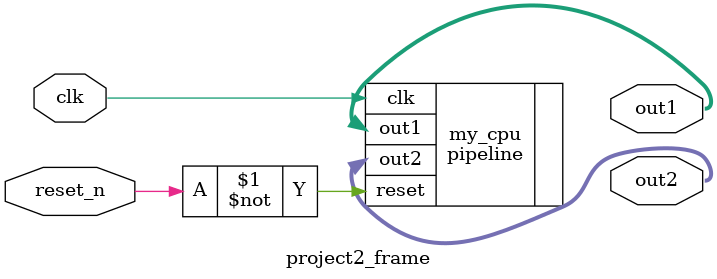
<source format=v>
 `include "define.vh" 

module project2_frame (
  input        clk,
  input        reset_n,
  output[31:0] out1, 
  output[31:0] out2 
);

  pipeline my_cpu (
    .clk   (clk),
    .reset (~reset_n),
    .out1  (out1),
    .out2  (out2)
  );

endmodule










</source>
